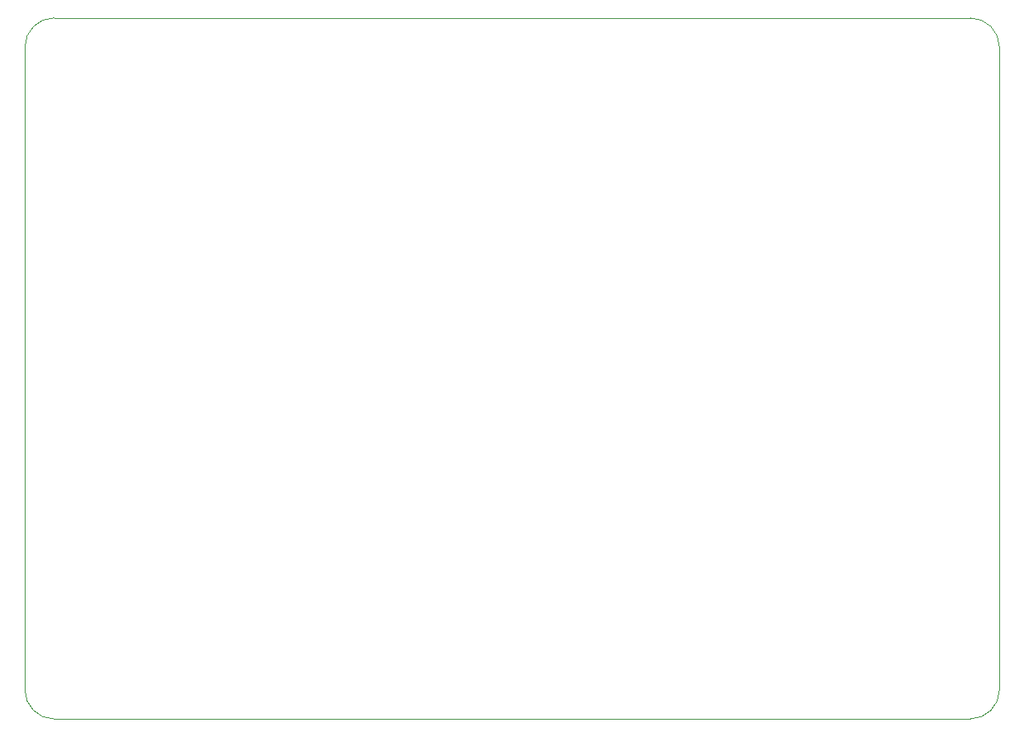
<source format=gbr>
%TF.GenerationSoftware,KiCad,Pcbnew,8.0.0*%
%TF.CreationDate,2024-03-12T18:48:30-04:00*%
%TF.ProjectId,stm32-snake-controller,73746d33-322d-4736-9e61-6b652d636f6e,C*%
%TF.SameCoordinates,Original*%
%TF.FileFunction,Profile,NP*%
%FSLAX46Y46*%
G04 Gerber Fmt 4.6, Leading zero omitted, Abs format (unit mm)*
G04 Created by KiCad (PCBNEW 8.0.0) date 2024-03-12 18:48:30*
%MOMM*%
%LPD*%
G01*
G04 APERTURE LIST*
%TA.AperFunction,Profile*%
%ADD10C,0.100000*%
%TD*%
G04 APERTURE END LIST*
D10*
X-50000Y3050000D02*
X-50000Y69050000D01*
X2950000Y50000D02*
G75*
G02*
X-50000Y3050000I0J3000000D01*
G01*
X96950000Y50000D02*
X2950000Y50000D01*
X-50000Y69050000D02*
G75*
G02*
X2950000Y72050000I3000000J0D01*
G01*
X2950000Y72050000D02*
X96950000Y72050000D01*
X99950000Y69050000D02*
X99950000Y3050000D01*
X99950000Y3050000D02*
G75*
G02*
X96950000Y50000I-3000000J0D01*
G01*
X96950000Y72050000D02*
G75*
G02*
X99950000Y69050000I0J-3000000D01*
G01*
M02*

</source>
